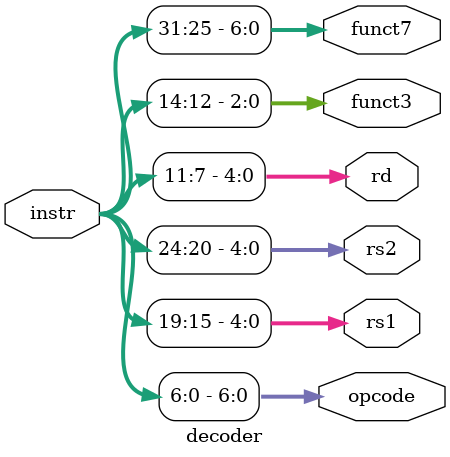
<source format=v>
module decoder (
    input [31:0] instr,
    output [6:0] opcode,
    output [4:0] rs1, rs2, rd,
    output [2:0] funct3,
    output [6:0] funct7
);
    assign opcode = instr[6:0];
    assign rd     = instr[11:7];
    assign funct3 = instr[14:12];
    assign rs1    = instr[19:15];
    assign rs2    = instr[24:20];
    assign funct7 = instr[31:25];
endmodule

</source>
